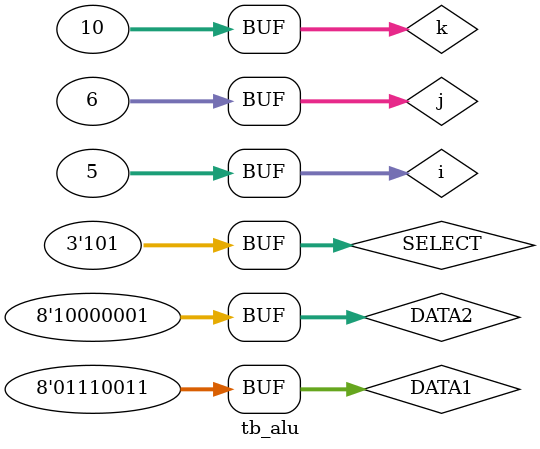
<source format=v>
`include "ALU.v"
module tb_alu;

    // Inputs
    reg [7:0] DATA1;// defining a 8 bit register as data1
    reg [7:0] DATA2;// defining a 8 bit register as data2
    reg [2:0] SELECT;// defining a 3 bit register as select

    // Outputs
    wire [7:0] RESULT;

    // call the alu module  
    alu uut ( DATA1, DATA2, RESULT, SELECT);
    
	 initial begin  // type the inputs output as well as time throughout the whole time
       $monitor($time,"     DATA1: %b   DATA2: %b   SELECT: %b    RESULT: %b",DATA1,DATA2,SELECT,RESULT);
	   $dumpfile("wavedata.vcd");// specify the VCD filename
	   $dumpvars(0,tb_alu);///specify that all variables must be dumped
    end
	
	
    integer i,j,k;
    initial 
	begin
        // initializing inputs.
        DATA1 = 8'b00000000;
		DATA2 = 8'b00000001;
        SELECT = 3'b000; 
		k=10;  // the time to change data
		
		for(i=0;i<=4;i++)
		begin
		    for(j=0;j<=5;j++)
		    begin
		        case(j)      // six sets as data1
			        0 : DATA1 = 8'b00000001 ;
                    1 : DATA1 = 8'b00000101 ;
                    2 : DATA1 = 8'b00010101 ; 
                    3 : DATA1 = 8'b01010101 ;
                    4 : DATA1 = 8'b10100101 ;              
                    5 : DATA1 = 8'b01110011 ;
				endcase
				case(j)      //six sets as data2
			        0 : DATA2 = 8'b11000111;
                    1 : DATA2 = 8'b00100001;
                    2 : DATA2 = 8'b01000101; 
                    3 : DATA2 = 8'b10000101;
                    4 : DATA2 = 8'b00100001;              
                    5 : DATA2 = 8'b10000001;
				endcase
				#k;
			end
			SELECT = SELECT  + 3'b001; //adding one to the select value
			
		end			
    end
      
endmodule
</source>
